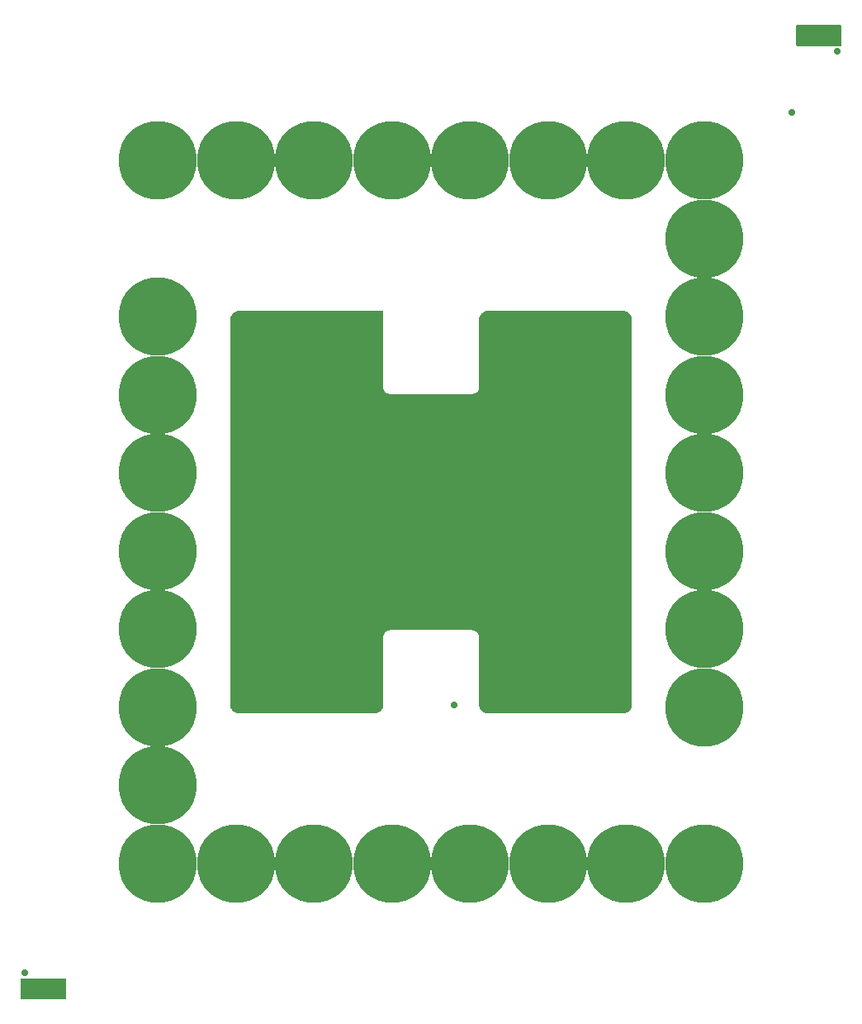
<source format=gbs>
G04*
G04 #@! TF.GenerationSoftware,Altium Limited,Altium Designer,23.8.1 (32)*
G04*
G04 Layer_Color=16711935*
%FSLAX25Y25*%
%MOIN*%
G70*
G04*
G04 #@! TF.SameCoordinates,E08CAFE3-3647-4911-8EA2-20DD2F02231A*
G04*
G04*
G04 #@! TF.FilePolarity,Negative*
G04*
G01*
G75*
%ADD47C,0.31496*%
%ADD48C,0.02756*%
%ADD68C,0.02769*%
G36*
X165012Y196651D02*
X165063Y196641D01*
X165112Y196624D01*
X165158Y196601D01*
X165201Y196573D01*
X165240Y196539D01*
X165633Y196145D01*
X165667Y196106D01*
X165696Y196063D01*
X165719Y196017D01*
X165735Y195968D01*
X165745Y195918D01*
X165749Y195866D01*
Y188386D01*
X165745Y188334D01*
X165735Y188284D01*
X165719Y188235D01*
X165696Y188189D01*
X165667Y188146D01*
X165633Y188107D01*
X165594Y188073D01*
X165552Y188044D01*
X165505Y188021D01*
X165456Y188005D01*
X165406Y187995D01*
X165354Y187991D01*
X164173D01*
X164122Y187995D01*
X164071Y188005D01*
X164022Y188021D01*
X163976Y188044D01*
X163930Y188021D01*
X163882Y188005D01*
X163831Y187995D01*
X163779Y187991D01*
X163386D01*
X163334Y187995D01*
X163284Y188005D01*
X163235Y188021D01*
X163189Y188044D01*
X163143Y188021D01*
X163094Y188005D01*
X163044Y187995D01*
X162992Y187991D01*
X161811D01*
X161759Y187995D01*
X161709Y188005D01*
X161660Y188021D01*
X161614Y188044D01*
X161568Y188021D01*
X161520Y188005D01*
X161469Y187995D01*
X161417Y187991D01*
X161024D01*
X160972Y187995D01*
X160922Y188005D01*
X160873Y188021D01*
X160827Y188044D01*
X160781Y188021D01*
X160732Y188005D01*
X160681Y187995D01*
X160630Y187991D01*
X159449D01*
X159397Y187995D01*
X159347Y188005D01*
X159298Y188021D01*
X159252Y188044D01*
X159206Y188021D01*
X159157Y188005D01*
X159107Y187995D01*
X159055Y187991D01*
X158661D01*
X158610Y187995D01*
X158559Y188005D01*
X158510Y188021D01*
X158465Y188044D01*
X158419Y188021D01*
X158370Y188005D01*
X158319Y187995D01*
X158268Y187991D01*
X157087D01*
X157035Y187995D01*
X156984Y188005D01*
X156936Y188021D01*
X156890Y188044D01*
X156844Y188021D01*
X156795Y188005D01*
X156744Y187995D01*
X156693Y187991D01*
X156299D01*
X156248Y187995D01*
X156197Y188005D01*
X156148Y188021D01*
X156102Y188044D01*
X156056Y188021D01*
X156008Y188005D01*
X155957Y187995D01*
X155905Y187991D01*
X154724D01*
X154673Y187995D01*
X154622Y188005D01*
X154573Y188021D01*
X154528Y188044D01*
X154482Y188021D01*
X154433Y188005D01*
X154382Y187995D01*
X154331Y187991D01*
X153937D01*
X153885Y187995D01*
X153835Y188005D01*
X153786Y188021D01*
X153740Y188044D01*
X153694Y188021D01*
X153645Y188005D01*
X153595Y187995D01*
X153543Y187991D01*
X152362D01*
X152311Y187995D01*
X152260Y188005D01*
X152211Y188021D01*
X152165Y188044D01*
X152120Y188021D01*
X152071Y188005D01*
X152020Y187995D01*
X151969Y187991D01*
X151575D01*
X151523Y187995D01*
X151473Y188005D01*
X151424Y188021D01*
X151378Y188044D01*
X151332Y188021D01*
X151283Y188005D01*
X151233Y187995D01*
X151181Y187991D01*
X150000D01*
X149949Y187995D01*
X149898Y188005D01*
X149849Y188021D01*
X149803Y188044D01*
X149757Y188021D01*
X149708Y188005D01*
X149658Y187995D01*
X149606Y187991D01*
X149213D01*
X149161Y187995D01*
X149110Y188005D01*
X149062Y188021D01*
X149016Y188044D01*
X148970Y188021D01*
X148921Y188005D01*
X148870Y187995D01*
X148819Y187991D01*
X147638D01*
X147586Y187995D01*
X147536Y188005D01*
X147487Y188021D01*
X147441Y188044D01*
X147398Y188073D01*
X147359Y188107D01*
X147325Y188146D01*
X147296Y188189D01*
X147273Y188235D01*
X147257Y188284D01*
X147247Y188334D01*
X147243Y188386D01*
Y195866D01*
X147247Y195918D01*
X147257Y195968D01*
X147273Y196017D01*
X147296Y196063D01*
X147325Y196106D01*
X147359Y196145D01*
X147752Y196539D01*
X147752Y196539D01*
X147791Y196573D01*
X147834Y196601D01*
X147880Y196624D01*
X147929Y196641D01*
X147980Y196651D01*
X148031Y196654D01*
X148425D01*
X148477Y196651D01*
X148527Y196641D01*
X148576Y196624D01*
X148623Y196601D01*
X148665Y196573D01*
X148704Y196539D01*
X148844Y196399D01*
X148848Y196411D01*
X148871Y196457D01*
X148900Y196500D01*
X148934Y196539D01*
X148972Y196573D01*
X149015Y196601D01*
X149062Y196624D01*
X149110Y196641D01*
X149161Y196651D01*
X149213Y196654D01*
X149606D01*
X149658Y196651D01*
X149708Y196641D01*
X149757Y196624D01*
X149804Y196601D01*
X149846Y196573D01*
X149885Y196539D01*
X149919Y196500D01*
X149948Y196457D01*
X149971Y196411D01*
X149975Y196399D01*
X150115Y196539D01*
X150154Y196573D01*
X150196Y196601D01*
X150243Y196624D01*
X150292Y196641D01*
X150342Y196651D01*
X150394Y196654D01*
X150787D01*
X150839Y196651D01*
X150890Y196641D01*
X150938Y196624D01*
X150985Y196601D01*
X151028Y196573D01*
X151066Y196539D01*
X151206Y196399D01*
X151210Y196411D01*
X151233Y196457D01*
X151262Y196500D01*
X151296Y196539D01*
X151335Y196573D01*
X151377Y196601D01*
X151424Y196624D01*
X151473Y196641D01*
X151523Y196651D01*
X151575Y196654D01*
X151969D01*
X152020Y196651D01*
X152071Y196641D01*
X152120Y196624D01*
X152166Y196601D01*
X152209Y196573D01*
X152248Y196539D01*
X152281Y196500D01*
X152310Y196457D01*
X152333Y196411D01*
X152337Y196399D01*
X152477Y196539D01*
X152516Y196573D01*
X152559Y196601D01*
X152605Y196624D01*
X152654Y196641D01*
X152704Y196651D01*
X152756Y196654D01*
X153150D01*
X153201Y196651D01*
X153252Y196641D01*
X153301Y196624D01*
X153347Y196601D01*
X153390Y196573D01*
X153429Y196539D01*
X153568Y196399D01*
X153572Y196411D01*
X153595Y196457D01*
X153624Y196500D01*
X153658Y196539D01*
X153697Y196573D01*
X153740Y196601D01*
X153786Y196624D01*
X153835Y196641D01*
X153885Y196651D01*
X153937Y196654D01*
X154331D01*
X154382Y196651D01*
X154433Y196641D01*
X154482Y196624D01*
X154528Y196601D01*
X154571Y196573D01*
X154610Y196539D01*
X154644Y196500D01*
X154672Y196457D01*
X154695Y196411D01*
X154699Y196399D01*
X154839Y196539D01*
X154878Y196573D01*
X154921Y196601D01*
X154967Y196624D01*
X155016Y196641D01*
X155067Y196651D01*
X155118Y196654D01*
X155512D01*
X155563Y196651D01*
X155614Y196641D01*
X155663Y196624D01*
X155709Y196601D01*
X155752Y196573D01*
X155791Y196539D01*
X155931Y196399D01*
X155935Y196411D01*
X155957Y196457D01*
X155986Y196500D01*
X156020Y196539D01*
X156059Y196573D01*
X156102Y196601D01*
X156148Y196624D01*
X156197Y196641D01*
X156248Y196651D01*
X156299Y196654D01*
X156693D01*
X156744Y196651D01*
X156795Y196641D01*
X156844Y196624D01*
X156890Y196601D01*
X156933Y196573D01*
X156972Y196539D01*
X157006Y196500D01*
X157035Y196457D01*
X157057Y196411D01*
X157062Y196399D01*
X157201Y196539D01*
X157240Y196573D01*
X157283Y196601D01*
X157329Y196624D01*
X157378Y196641D01*
X157429Y196651D01*
X157480Y196654D01*
X157874D01*
X157925Y196651D01*
X157976Y196641D01*
X158025Y196624D01*
X158071Y196601D01*
X158114Y196573D01*
X158153Y196539D01*
X158293Y196399D01*
X158297Y196411D01*
X158320Y196457D01*
X158348Y196500D01*
X158382Y196539D01*
X158421Y196573D01*
X158464Y196601D01*
X158510Y196624D01*
X158559Y196641D01*
X158610Y196651D01*
X158661Y196654D01*
X159055D01*
X159107Y196651D01*
X159157Y196641D01*
X159206Y196624D01*
X159252Y196601D01*
X159295Y196573D01*
X159334Y196539D01*
X159368Y196500D01*
X159397Y196457D01*
X159420Y196411D01*
X159424Y196399D01*
X159564Y196539D01*
X159602Y196573D01*
X159645Y196601D01*
X159692Y196624D01*
X159740Y196641D01*
X159791Y196651D01*
X159843Y196654D01*
X160236D01*
X160288Y196651D01*
X160338Y196641D01*
X160387Y196624D01*
X160433Y196601D01*
X160476Y196573D01*
X160515Y196539D01*
X160655Y196399D01*
X160659Y196411D01*
X160682Y196457D01*
X160711Y196500D01*
X160745Y196539D01*
X160783Y196573D01*
X160826Y196601D01*
X160873Y196624D01*
X160922Y196641D01*
X160972Y196651D01*
X161024Y196654D01*
X161417D01*
X161469Y196651D01*
X161520Y196641D01*
X161568Y196624D01*
X161615Y196601D01*
X161658Y196573D01*
X161696Y196539D01*
X161730Y196500D01*
X161759Y196457D01*
X161782Y196411D01*
X161786Y196399D01*
X161926Y196539D01*
X161965Y196573D01*
X162007Y196601D01*
X162054Y196624D01*
X162103Y196641D01*
X162153Y196651D01*
X162205Y196654D01*
X162598D01*
X162650Y196651D01*
X162700Y196641D01*
X162749Y196624D01*
X162796Y196601D01*
X162839Y196573D01*
X162877Y196539D01*
X163017Y196399D01*
X163021Y196411D01*
X163044Y196457D01*
X163073Y196500D01*
X163107Y196539D01*
X163146Y196573D01*
X163189Y196601D01*
X163235Y196624D01*
X163284Y196641D01*
X163334Y196651D01*
X163386Y196654D01*
X163779D01*
X163831Y196651D01*
X163882Y196641D01*
X163930Y196624D01*
X163977Y196601D01*
X164020Y196573D01*
X164058Y196539D01*
X164093Y196500D01*
X164121Y196457D01*
X164144Y196411D01*
X164148Y196399D01*
X164288Y196539D01*
X164327Y196573D01*
X164370Y196601D01*
X164416Y196624D01*
X164465Y196641D01*
X164515Y196651D01*
X164567Y196654D01*
X164961D01*
X165012Y196651D01*
D02*
G37*
G36*
X77863Y81100D02*
X78266Y81047D01*
X78286Y81043D01*
X78317Y81037D01*
X78709Y80932D01*
X78733Y80923D01*
X78758Y80915D01*
X79134Y80759D01*
X79180Y80737D01*
X79532Y80533D01*
X79561Y80514D01*
X79575Y80505D01*
X79897Y80257D01*
X79936Y80223D01*
X80223Y79936D01*
X80257Y79897D01*
X80505Y79575D01*
X80533Y79532D01*
X80737Y79180D01*
X80759Y79134D01*
X80915Y78758D01*
X80921Y78742D01*
X80932Y78709D01*
X81037Y78317D01*
X81043Y78283D01*
X81047Y78266D01*
X81100Y77863D01*
X81103Y77812D01*
Y77609D01*
Y-77609D01*
Y-77812D01*
D01*
Y-77812D01*
X81100Y-77863D01*
X81047Y-78266D01*
X81043Y-78286D01*
X81037Y-78317D01*
X80932Y-78709D01*
X80923Y-78733D01*
X80915Y-78758D01*
X80759Y-79134D01*
X80737Y-79180D01*
X80533Y-79532D01*
X80514Y-79561D01*
X80505Y-79575D01*
X80257Y-79897D01*
X80223Y-79936D01*
X79936Y-80223D01*
X79897Y-80257D01*
X79575Y-80505D01*
X79532Y-80533D01*
X79180Y-80737D01*
X79134Y-80759D01*
X78758Y-80915D01*
X78742Y-80921D01*
X78709Y-80932D01*
X78317Y-81037D01*
X78283Y-81043D01*
X78266Y-81047D01*
X77863Y-81100D01*
X77812Y-81103D01*
X22582D01*
D01*
X22582D01*
X22530Y-81100D01*
X22127Y-81047D01*
X22107Y-81043D01*
X22077Y-81037D01*
X21684Y-80932D01*
X21660Y-80923D01*
X21635Y-80915D01*
X21260Y-80759D01*
X21214Y-80737D01*
X20862Y-80533D01*
X20833Y-80514D01*
X20819Y-80505D01*
X20496Y-80257D01*
X20458Y-80223D01*
X20170Y-79936D01*
X20136Y-79897D01*
X19889Y-79575D01*
X19860Y-79532D01*
X19657Y-79180D01*
X19634Y-79134D01*
X19479Y-78758D01*
X19473Y-78742D01*
X19462Y-78709D01*
X19357Y-78317D01*
X19349Y-78275D01*
X19347Y-78266D01*
X19294Y-77863D01*
X19291Y-77815D01*
X19290Y-77812D01*
Y-77609D01*
Y-50351D01*
X19285Y-50174D01*
X19238Y-49817D01*
X19146Y-49475D01*
X19011Y-49148D01*
X18834Y-48842D01*
X18619Y-48561D01*
X18368Y-48311D01*
X18088Y-48095D01*
X17781Y-47918D01*
X17454Y-47783D01*
X17113Y-47691D01*
X16756Y-47644D01*
X16579Y-47639D01*
X-16579D01*
X-16756Y-47644D01*
X-17113Y-47691D01*
X-17454Y-47783D01*
X-17781Y-47918D01*
X-18088Y-48095D01*
X-18368Y-48311D01*
X-18619Y-48561D01*
X-18834Y-48841D01*
X-19011Y-49148D01*
X-19146Y-49475D01*
X-19238Y-49817D01*
X-19285Y-50174D01*
X-19290Y-50351D01*
Y-77609D01*
Y-77812D01*
X-19294Y-77863D01*
X-19347Y-78266D01*
X-19349Y-78276D01*
X-19357Y-78317D01*
X-19462Y-78709D01*
X-19470Y-78733D01*
X-19479Y-78758D01*
X-19634Y-79134D01*
X-19657Y-79180D01*
X-19860Y-79532D01*
X-19879Y-79561D01*
X-19889Y-79575D01*
X-20136Y-79897D01*
X-20170Y-79936D01*
X-20458Y-80223D01*
X-20496Y-80257D01*
X-20819Y-80505D01*
X-20862Y-80533D01*
X-21214Y-80737D01*
X-21260Y-80759D01*
X-21635Y-80915D01*
X-21652Y-80921D01*
X-21684Y-80932D01*
X-22077Y-81037D01*
X-22111Y-81043D01*
X-22127Y-81047D01*
X-22530Y-81100D01*
X-22582Y-81103D01*
X-77812D01*
D01*
X-77812D01*
X-77863Y-81100D01*
X-78266Y-81047D01*
X-78286Y-81043D01*
X-78317Y-81037D01*
X-78709Y-80932D01*
X-78733Y-80923D01*
X-78758Y-80915D01*
X-79134Y-80759D01*
X-79180Y-80737D01*
X-79532Y-80533D01*
X-79561Y-80514D01*
X-79575Y-80505D01*
X-79897Y-80257D01*
X-79936Y-80223D01*
X-80223Y-79936D01*
X-80257Y-79897D01*
X-80505Y-79575D01*
X-80533Y-79532D01*
X-80737Y-79180D01*
X-80759Y-79134D01*
X-80915Y-78758D01*
X-80921Y-78742D01*
X-80932Y-78709D01*
X-81037Y-78317D01*
X-81043Y-78283D01*
X-81047Y-78266D01*
X-81100Y-77863D01*
X-81103Y-77812D01*
Y-77609D01*
Y77609D01*
Y77812D01*
D01*
Y77812D01*
X-81100Y77863D01*
X-81047Y78266D01*
X-81043Y78286D01*
X-81037Y78317D01*
X-80932Y78709D01*
X-80923Y78733D01*
X-80915Y78758D01*
X-80759Y79134D01*
X-80737Y79180D01*
X-80533Y79532D01*
X-80514Y79561D01*
X-80505Y79575D01*
X-80257Y79897D01*
X-80223Y79936D01*
X-79936Y80223D01*
X-79897Y80257D01*
X-79575Y80505D01*
X-79532Y80533D01*
X-79180Y80737D01*
X-79134Y80759D01*
X-78758Y80915D01*
X-78742Y80921D01*
X-78709Y80932D01*
X-78317Y81037D01*
X-78283Y81043D01*
X-78266Y81047D01*
X-77863Y81100D01*
X-77812Y81103D01*
X-19685D01*
X-19634Y81100D01*
X-19583Y81090D01*
X-19534Y81073D01*
X-19488Y81050D01*
X-19445Y81022D01*
X-19406Y80988D01*
X-19372Y80949D01*
X-19343Y80906D01*
X-19320Y80860D01*
X-19304Y80811D01*
X-19294Y80760D01*
X-19290Y80709D01*
Y50351D01*
X-19285Y50174D01*
X-19238Y49817D01*
X-19146Y49475D01*
X-19011Y49148D01*
X-18834Y48842D01*
X-18619Y48561D01*
X-18368Y48311D01*
X-18088Y48095D01*
X-17781Y47918D01*
X-17454Y47783D01*
X-17113Y47691D01*
X-16756Y47644D01*
X-16579Y47639D01*
X16579D01*
X16756Y47644D01*
X17113Y47691D01*
X17454Y47783D01*
X17781Y47918D01*
X18088Y48095D01*
X18368Y48311D01*
X18619Y48561D01*
X18834Y48841D01*
X19011Y49148D01*
X19146Y49475D01*
X19238Y49817D01*
X19285Y50174D01*
X19290Y50351D01*
Y77609D01*
Y77812D01*
X19294Y77863D01*
X19347Y78266D01*
X19349Y78276D01*
X19357Y78317D01*
X19462Y78709D01*
X19470Y78733D01*
X19479Y78758D01*
X19634Y79134D01*
X19657Y79180D01*
X19860Y79532D01*
X19879Y79561D01*
X19889Y79575D01*
X20136Y79897D01*
X20170Y79936D01*
X20458Y80223D01*
X20496Y80257D01*
X20819Y80505D01*
X20862Y80533D01*
X21214Y80737D01*
X21260Y80759D01*
X21635Y80915D01*
X21652Y80921D01*
X21684Y80932D01*
X22077Y81037D01*
X22111Y81043D01*
X22127Y81047D01*
X22530Y81100D01*
X22582Y81103D01*
X77812D01*
D01*
X77812D01*
X77863Y81100D01*
D02*
G37*
G36*
X-147586Y-187995D02*
X-147536Y-188005D01*
X-147487Y-188021D01*
X-147441Y-188044D01*
X-147398Y-188073D01*
X-147359Y-188107D01*
X-147325Y-188146D01*
X-147296Y-188189D01*
X-147273Y-188235D01*
X-147257Y-188284D01*
X-147247Y-188334D01*
X-147243Y-188386D01*
Y-195866D01*
X-147247Y-195918D01*
X-147257Y-195968D01*
X-147273Y-196017D01*
X-147296Y-196063D01*
X-147325Y-196106D01*
X-147359Y-196145D01*
X-147752Y-196539D01*
X-147752Y-196539D01*
X-147791Y-196573D01*
X-147834Y-196601D01*
X-147880Y-196624D01*
X-147929Y-196641D01*
X-147980Y-196651D01*
X-148031Y-196654D01*
X-148425D01*
X-148477Y-196651D01*
X-148527Y-196641D01*
X-148576Y-196624D01*
X-148623Y-196601D01*
X-148665Y-196573D01*
X-148704Y-196539D01*
X-148844Y-196399D01*
X-148848Y-196411D01*
X-148871Y-196457D01*
X-148900Y-196500D01*
X-148934Y-196539D01*
X-148972Y-196573D01*
X-149015Y-196601D01*
X-149062Y-196624D01*
X-149110Y-196641D01*
X-149161Y-196651D01*
X-149213Y-196654D01*
X-149606D01*
X-149658Y-196651D01*
X-149708Y-196641D01*
X-149757Y-196624D01*
X-149804Y-196601D01*
X-149846Y-196573D01*
X-149885Y-196539D01*
X-149919Y-196500D01*
X-149948Y-196457D01*
X-149971Y-196411D01*
X-149975Y-196399D01*
X-150115Y-196539D01*
X-150154Y-196573D01*
X-150196Y-196601D01*
X-150243Y-196624D01*
X-150292Y-196641D01*
X-150342Y-196651D01*
X-150394Y-196654D01*
X-150787D01*
X-150839Y-196651D01*
X-150890Y-196641D01*
X-150938Y-196624D01*
X-150985Y-196601D01*
X-151028Y-196573D01*
X-151066Y-196539D01*
X-151206Y-196399D01*
X-151210Y-196411D01*
X-151233Y-196457D01*
X-151262Y-196500D01*
X-151296Y-196539D01*
X-151335Y-196573D01*
X-151377Y-196601D01*
X-151424Y-196624D01*
X-151473Y-196641D01*
X-151523Y-196651D01*
X-151575Y-196654D01*
X-151969D01*
X-152020Y-196651D01*
X-152071Y-196641D01*
X-152120Y-196624D01*
X-152166Y-196601D01*
X-152209Y-196573D01*
X-152248Y-196539D01*
X-152281Y-196500D01*
X-152310Y-196457D01*
X-152333Y-196411D01*
X-152337Y-196399D01*
X-152477Y-196539D01*
X-152516Y-196573D01*
X-152559Y-196601D01*
X-152605Y-196624D01*
X-152654Y-196641D01*
X-152704Y-196651D01*
X-152756Y-196654D01*
X-153150D01*
X-153201Y-196651D01*
X-153252Y-196641D01*
X-153301Y-196624D01*
X-153347Y-196601D01*
X-153390Y-196573D01*
X-153429Y-196539D01*
X-153568Y-196399D01*
X-153572Y-196411D01*
X-153595Y-196457D01*
X-153624Y-196500D01*
X-153658Y-196539D01*
X-153697Y-196573D01*
X-153740Y-196601D01*
X-153786Y-196624D01*
X-153835Y-196641D01*
X-153885Y-196651D01*
X-153937Y-196654D01*
X-154331D01*
X-154382Y-196651D01*
X-154433Y-196641D01*
X-154482Y-196624D01*
X-154528Y-196601D01*
X-154571Y-196573D01*
X-154610Y-196539D01*
X-154644Y-196500D01*
X-154672Y-196457D01*
X-154695Y-196411D01*
X-154699Y-196399D01*
X-154839Y-196539D01*
X-154878Y-196573D01*
X-154921Y-196601D01*
X-154967Y-196624D01*
X-155016Y-196641D01*
X-155067Y-196651D01*
X-155118Y-196654D01*
X-155512D01*
X-155563Y-196651D01*
X-155614Y-196641D01*
X-155663Y-196624D01*
X-155709Y-196601D01*
X-155752Y-196573D01*
X-155791Y-196539D01*
X-155931Y-196399D01*
X-155935Y-196411D01*
X-155957Y-196457D01*
X-155986Y-196500D01*
X-156020Y-196539D01*
X-156059Y-196573D01*
X-156102Y-196601D01*
X-156148Y-196624D01*
X-156197Y-196641D01*
X-156248Y-196651D01*
X-156299Y-196654D01*
X-156693D01*
X-156744Y-196651D01*
X-156795Y-196641D01*
X-156844Y-196624D01*
X-156890Y-196601D01*
X-156933Y-196573D01*
X-156972Y-196539D01*
X-157006Y-196500D01*
X-157035Y-196457D01*
X-157057Y-196411D01*
X-157062Y-196399D01*
X-157201Y-196539D01*
X-157240Y-196573D01*
X-157283Y-196601D01*
X-157329Y-196624D01*
X-157378Y-196641D01*
X-157429Y-196651D01*
X-157480Y-196654D01*
X-157874D01*
X-157925Y-196651D01*
X-157976Y-196641D01*
X-158025Y-196624D01*
X-158071Y-196601D01*
X-158114Y-196573D01*
X-158153Y-196539D01*
X-158293Y-196399D01*
X-158297Y-196411D01*
X-158320Y-196457D01*
X-158348Y-196500D01*
X-158382Y-196539D01*
X-158421Y-196573D01*
X-158464Y-196601D01*
X-158510Y-196624D01*
X-158559Y-196641D01*
X-158610Y-196651D01*
X-158661Y-196654D01*
X-159055D01*
X-159107Y-196651D01*
X-159157Y-196641D01*
X-159206Y-196624D01*
X-159252Y-196601D01*
X-159295Y-196573D01*
X-159334Y-196539D01*
X-159368Y-196500D01*
X-159397Y-196457D01*
X-159420Y-196411D01*
X-159424Y-196399D01*
X-159564Y-196539D01*
X-159602Y-196573D01*
X-159645Y-196601D01*
X-159692Y-196624D01*
X-159740Y-196641D01*
X-159791Y-196651D01*
X-159843Y-196654D01*
X-160236D01*
X-160288Y-196651D01*
X-160338Y-196641D01*
X-160387Y-196624D01*
X-160433Y-196601D01*
X-160476Y-196573D01*
X-160515Y-196539D01*
X-160655Y-196399D01*
X-160659Y-196411D01*
X-160682Y-196457D01*
X-160711Y-196500D01*
X-160745Y-196539D01*
X-160783Y-196573D01*
X-160826Y-196601D01*
X-160873Y-196624D01*
X-160922Y-196641D01*
X-160972Y-196651D01*
X-161024Y-196654D01*
X-161417D01*
X-161469Y-196651D01*
X-161520Y-196641D01*
X-161568Y-196624D01*
X-161615Y-196601D01*
X-161658Y-196573D01*
X-161696Y-196539D01*
X-161730Y-196500D01*
X-161759Y-196457D01*
X-161782Y-196411D01*
X-161786Y-196399D01*
X-161926Y-196539D01*
X-161965Y-196573D01*
X-162007Y-196601D01*
X-162054Y-196624D01*
X-162103Y-196641D01*
X-162153Y-196651D01*
X-162205Y-196654D01*
X-162598D01*
X-162650Y-196651D01*
X-162700Y-196641D01*
X-162749Y-196624D01*
X-162796Y-196601D01*
X-162839Y-196573D01*
X-162877Y-196539D01*
X-163017Y-196399D01*
X-163021Y-196411D01*
X-163044Y-196457D01*
X-163073Y-196500D01*
X-163107Y-196539D01*
X-163146Y-196573D01*
X-163189Y-196601D01*
X-163235Y-196624D01*
X-163284Y-196641D01*
X-163334Y-196651D01*
X-163386Y-196654D01*
X-163779D01*
X-163831Y-196651D01*
X-163882Y-196641D01*
X-163930Y-196624D01*
X-163977Y-196601D01*
X-164020Y-196573D01*
X-164058Y-196539D01*
X-164093Y-196500D01*
X-164121Y-196457D01*
X-164144Y-196411D01*
X-164148Y-196399D01*
X-164288Y-196539D01*
X-164327Y-196573D01*
X-164370Y-196601D01*
X-164416Y-196624D01*
X-164465Y-196641D01*
X-164515Y-196651D01*
X-164567Y-196654D01*
X-164961D01*
X-165012Y-196651D01*
X-165063Y-196641D01*
X-165112Y-196624D01*
X-165158Y-196601D01*
X-165201Y-196573D01*
X-165240Y-196539D01*
X-165633Y-196145D01*
X-165667Y-196106D01*
X-165696Y-196063D01*
X-165719Y-196017D01*
X-165735Y-195968D01*
X-165745Y-195918D01*
X-165749Y-195866D01*
Y-188386D01*
X-165745Y-188334D01*
X-165735Y-188284D01*
X-165719Y-188235D01*
X-165696Y-188189D01*
X-165667Y-188146D01*
X-165633Y-188107D01*
X-165594Y-188073D01*
X-165552Y-188044D01*
X-165505Y-188021D01*
X-165456Y-188005D01*
X-165406Y-187995D01*
X-165354Y-187991D01*
X-164173D01*
X-164122Y-187995D01*
X-164071Y-188005D01*
X-164022Y-188021D01*
X-163976Y-188044D01*
X-163930Y-188021D01*
X-163882Y-188005D01*
X-163831Y-187995D01*
X-163779Y-187991D01*
X-163386D01*
X-163334Y-187995D01*
X-163284Y-188005D01*
X-163235Y-188021D01*
X-163189Y-188044D01*
X-163143Y-188021D01*
X-163094Y-188005D01*
X-163044Y-187995D01*
X-162992Y-187991D01*
X-161811D01*
X-161759Y-187995D01*
X-161709Y-188005D01*
X-161660Y-188021D01*
X-161614Y-188044D01*
X-161568Y-188021D01*
X-161520Y-188005D01*
X-161469Y-187995D01*
X-161417Y-187991D01*
X-161024D01*
X-160972Y-187995D01*
X-160922Y-188005D01*
X-160873Y-188021D01*
X-160827Y-188044D01*
X-160781Y-188021D01*
X-160732Y-188005D01*
X-160681Y-187995D01*
X-160630Y-187991D01*
X-159449D01*
X-159397Y-187995D01*
X-159347Y-188005D01*
X-159298Y-188021D01*
X-159252Y-188044D01*
X-159206Y-188021D01*
X-159157Y-188005D01*
X-159107Y-187995D01*
X-159055Y-187991D01*
X-158661D01*
X-158610Y-187995D01*
X-158559Y-188005D01*
X-158510Y-188021D01*
X-158465Y-188044D01*
X-158419Y-188021D01*
X-158370Y-188005D01*
X-158319Y-187995D01*
X-158268Y-187991D01*
X-157087D01*
X-157035Y-187995D01*
X-156984Y-188005D01*
X-156936Y-188021D01*
X-156890Y-188044D01*
X-156844Y-188021D01*
X-156795Y-188005D01*
X-156744Y-187995D01*
X-156693Y-187991D01*
X-156299D01*
X-156248Y-187995D01*
X-156197Y-188005D01*
X-156148Y-188021D01*
X-156102Y-188044D01*
X-156056Y-188021D01*
X-156008Y-188005D01*
X-155957Y-187995D01*
X-155905Y-187991D01*
X-154724D01*
X-154673Y-187995D01*
X-154622Y-188005D01*
X-154573Y-188021D01*
X-154528Y-188044D01*
X-154482Y-188021D01*
X-154433Y-188005D01*
X-154382Y-187995D01*
X-154331Y-187991D01*
X-153937D01*
X-153885Y-187995D01*
X-153835Y-188005D01*
X-153786Y-188021D01*
X-153740Y-188044D01*
X-153694Y-188021D01*
X-153645Y-188005D01*
X-153595Y-187995D01*
X-153543Y-187991D01*
X-152362D01*
X-152311Y-187995D01*
X-152260Y-188005D01*
X-152211Y-188021D01*
X-152165Y-188044D01*
X-152120Y-188021D01*
X-152071Y-188005D01*
X-152020Y-187995D01*
X-151969Y-187991D01*
X-151575D01*
X-151523Y-187995D01*
X-151473Y-188005D01*
X-151424Y-188021D01*
X-151378Y-188044D01*
X-151332Y-188021D01*
X-151283Y-188005D01*
X-151233Y-187995D01*
X-151181Y-187991D01*
X-150000D01*
X-149949Y-187995D01*
X-149898Y-188005D01*
X-149849Y-188021D01*
X-149803Y-188044D01*
X-149757Y-188021D01*
X-149708Y-188005D01*
X-149658Y-187995D01*
X-149606Y-187991D01*
X-149213D01*
X-149161Y-187995D01*
X-149110Y-188005D01*
X-149062Y-188021D01*
X-149016Y-188044D01*
X-148970Y-188021D01*
X-148921Y-188005D01*
X-148870Y-187995D01*
X-148819Y-187991D01*
X-147638D01*
X-147586Y-187995D01*
D02*
G37*
D47*
X-110236Y47244D02*
D03*
Y15748D02*
D03*
Y-15748D02*
D03*
Y-47244D02*
D03*
Y-78740D02*
D03*
Y-110236D02*
D03*
Y-141732D02*
D03*
X110236Y47244D02*
D03*
Y78740D02*
D03*
Y-47244D02*
D03*
Y-15748D02*
D03*
Y15748D02*
D03*
Y110236D02*
D03*
X-110236Y141732D02*
D03*
X47244D02*
D03*
X78740D02*
D03*
X-47244D02*
D03*
X-78740D02*
D03*
X-15748D02*
D03*
X15748D02*
D03*
X110236D02*
D03*
X47244Y-141732D02*
D03*
X78740D02*
D03*
X-47244D02*
D03*
X-78740D02*
D03*
X-15748D02*
D03*
X15748D02*
D03*
X110236D02*
D03*
Y-78740D02*
D03*
X-110236Y78740D02*
D03*
D48*
X9449Y-77953D02*
D03*
X-164174Y-185855D02*
D03*
X164077Y185710D02*
D03*
X145768Y161024D02*
D03*
D68*
X-72441Y-72441D02*
D03*
Y-69291D02*
D03*
X-70079Y-70866D02*
D03*
X-72441Y-66142D02*
D03*
X-70079Y-67716D02*
D03*
Y-64567D02*
D03*
X-72441Y-62992D02*
D03*
Y-59842D02*
D03*
X-70079Y-61417D02*
D03*
X-72441Y-56693D02*
D03*
X-70079Y-58268D02*
D03*
Y-55118D02*
D03*
X-72441Y-53543D02*
D03*
Y-50394D02*
D03*
X-70079Y-51968D02*
D03*
X-72441Y-47244D02*
D03*
X-70079Y-48819D02*
D03*
Y-45669D02*
D03*
X-72441Y-44094D02*
D03*
Y-40945D02*
D03*
X-70079Y-42520D02*
D03*
X-72441Y-37795D02*
D03*
X-70079Y-39370D02*
D03*
Y-36220D02*
D03*
X-72441Y-34646D02*
D03*
Y-31496D02*
D03*
X-70079Y-33071D02*
D03*
X-72441Y-28346D02*
D03*
X-70079Y-29921D02*
D03*
Y-26772D02*
D03*
X-72441Y-25197D02*
D03*
Y-22047D02*
D03*
X-70079Y-23622D02*
D03*
X-72441Y-18898D02*
D03*
X-70079Y-20472D02*
D03*
Y-17323D02*
D03*
X-72441Y-15748D02*
D03*
Y-12598D02*
D03*
X-70079Y-14173D02*
D03*
X-72441Y-9449D02*
D03*
X-70079Y-11024D02*
D03*
Y-7874D02*
D03*
X-72441Y-6299D02*
D03*
Y-3150D02*
D03*
X-70079Y-4724D02*
D03*
X-72441Y-0D02*
D03*
X-70079Y-1575D02*
D03*
Y1575D02*
D03*
X-72441Y3150D02*
D03*
Y6299D02*
D03*
X-70079Y4724D02*
D03*
X-72441Y9449D02*
D03*
X-70079Y7874D02*
D03*
Y11024D02*
D03*
X-72441Y12598D02*
D03*
Y15748D02*
D03*
X-70079Y14173D02*
D03*
X-72441Y18898D02*
D03*
X-70079Y17323D02*
D03*
Y20472D02*
D03*
X-72441Y22047D02*
D03*
Y25197D02*
D03*
X-70079Y23622D02*
D03*
X-72441Y28346D02*
D03*
X-70079Y26772D02*
D03*
Y29921D02*
D03*
X-72441Y31496D02*
D03*
Y34646D02*
D03*
X-70079Y33071D02*
D03*
X-72441Y37795D02*
D03*
X-70079Y36220D02*
D03*
Y39370D02*
D03*
X-72441Y40945D02*
D03*
Y44094D02*
D03*
X-70079Y42520D02*
D03*
X-72441Y47244D02*
D03*
X-70079Y45669D02*
D03*
Y48819D02*
D03*
X-72441Y50394D02*
D03*
Y53543D02*
D03*
X-70079Y51968D02*
D03*
X-72441Y56693D02*
D03*
X-70079Y55118D02*
D03*
Y58268D02*
D03*
X-72441Y59842D02*
D03*
Y62992D02*
D03*
X-70079Y61417D02*
D03*
X-72441Y66142D02*
D03*
X-70079Y64567D02*
D03*
Y67716D02*
D03*
X-72441Y69291D02*
D03*
Y72441D02*
D03*
X-70079Y70866D02*
D03*
X-67716Y-72441D02*
D03*
Y-69291D02*
D03*
X-65354Y-70866D02*
D03*
X-67716Y-66142D02*
D03*
X-65354Y-67716D02*
D03*
Y-64567D02*
D03*
X-67716Y-62992D02*
D03*
Y-59842D02*
D03*
X-65354Y-61417D02*
D03*
X-67716Y-56693D02*
D03*
X-65354Y-58268D02*
D03*
Y-55118D02*
D03*
X-67716Y-53543D02*
D03*
Y-50394D02*
D03*
X-65354Y-51968D02*
D03*
X-67716Y-47244D02*
D03*
X-65354Y-48819D02*
D03*
Y-45669D02*
D03*
X-67716Y-44094D02*
D03*
Y-40945D02*
D03*
X-65354Y-42520D02*
D03*
X-67716Y-37795D02*
D03*
X-65354Y-39370D02*
D03*
Y-36220D02*
D03*
X-67716Y-34646D02*
D03*
Y-31496D02*
D03*
X-65354Y-33071D02*
D03*
X-67716Y-28346D02*
D03*
X-65354Y-29921D02*
D03*
Y-26772D02*
D03*
X-67716Y-25197D02*
D03*
Y-22047D02*
D03*
X-65354Y-23622D02*
D03*
X-67716Y-18898D02*
D03*
X-65354Y-20472D02*
D03*
Y-17323D02*
D03*
X-67716Y-15748D02*
D03*
Y-12598D02*
D03*
X-65354Y-14173D02*
D03*
X-67716Y-9449D02*
D03*
X-65354Y-11024D02*
D03*
Y-7874D02*
D03*
X-67716Y-6299D02*
D03*
Y-3150D02*
D03*
X-65354Y-4724D02*
D03*
X-67716Y-0D02*
D03*
X-65354Y-1575D02*
D03*
Y1575D02*
D03*
X-67716Y3150D02*
D03*
Y6299D02*
D03*
X-65354Y4724D02*
D03*
X-67716Y9449D02*
D03*
X-65354Y7874D02*
D03*
Y11024D02*
D03*
X-67716Y12598D02*
D03*
Y15748D02*
D03*
X-65354Y14173D02*
D03*
X-67716Y18898D02*
D03*
X-65354Y17323D02*
D03*
Y20472D02*
D03*
X-67716Y22047D02*
D03*
Y25197D02*
D03*
X-65354Y23622D02*
D03*
X-67716Y28346D02*
D03*
X-65354Y26772D02*
D03*
Y29921D02*
D03*
X-67716Y31496D02*
D03*
Y34646D02*
D03*
X-65354Y33071D02*
D03*
X-67716Y37795D02*
D03*
X-65354Y36220D02*
D03*
Y39370D02*
D03*
X-67716Y40945D02*
D03*
Y44094D02*
D03*
X-65354Y42520D02*
D03*
X-67716Y47244D02*
D03*
X-65354Y45669D02*
D03*
Y48819D02*
D03*
X-67716Y50394D02*
D03*
Y53543D02*
D03*
X-65354Y51968D02*
D03*
X-67716Y56693D02*
D03*
X-65354Y55118D02*
D03*
Y58268D02*
D03*
X-67716Y59842D02*
D03*
Y62992D02*
D03*
X-65354Y61417D02*
D03*
X-67716Y66142D02*
D03*
X-65354Y64567D02*
D03*
Y67716D02*
D03*
X-67716Y69291D02*
D03*
Y72441D02*
D03*
X-65354Y70866D02*
D03*
X-62992Y-72441D02*
D03*
Y-69291D02*
D03*
X-60630Y-70866D02*
D03*
X-62992Y-66142D02*
D03*
X-60630Y-67716D02*
D03*
Y-64567D02*
D03*
X-62992Y-62992D02*
D03*
Y-59842D02*
D03*
X-60630Y-61417D02*
D03*
X-62992Y-56693D02*
D03*
X-60630Y-58268D02*
D03*
Y-55118D02*
D03*
X-62992Y-53543D02*
D03*
Y-50394D02*
D03*
X-60630Y-51968D02*
D03*
X-62992Y-47244D02*
D03*
X-60630Y-48819D02*
D03*
Y-45669D02*
D03*
X-62992Y-44094D02*
D03*
Y-40945D02*
D03*
X-60630Y-42520D02*
D03*
X-62992Y-37795D02*
D03*
X-60630Y-39370D02*
D03*
Y-36220D02*
D03*
X-62992Y-34646D02*
D03*
Y-31496D02*
D03*
X-60630Y-33071D02*
D03*
X-62992Y-28346D02*
D03*
X-60630Y-29921D02*
D03*
Y-26772D02*
D03*
X-62992Y-25197D02*
D03*
Y-22047D02*
D03*
X-60630Y-23622D02*
D03*
X-62992Y-18898D02*
D03*
X-60630Y-20472D02*
D03*
Y-17323D02*
D03*
X-62992Y-15748D02*
D03*
Y-12598D02*
D03*
X-60630Y-14173D02*
D03*
X-62992Y-9449D02*
D03*
X-60630Y-11024D02*
D03*
Y-7874D02*
D03*
X-62992Y-6299D02*
D03*
Y-3150D02*
D03*
X-60630Y-4724D02*
D03*
X-62992Y-0D02*
D03*
X-60630Y-1575D02*
D03*
Y1575D02*
D03*
X-62992Y3150D02*
D03*
Y6299D02*
D03*
X-60630Y4724D02*
D03*
X-62992Y9449D02*
D03*
X-60630Y7874D02*
D03*
Y11024D02*
D03*
X-62992Y12598D02*
D03*
Y15748D02*
D03*
X-60630Y14173D02*
D03*
X-62992Y18898D02*
D03*
X-60630Y17323D02*
D03*
Y20472D02*
D03*
X-62992Y22047D02*
D03*
Y25197D02*
D03*
X-60630Y23622D02*
D03*
X-62992Y28346D02*
D03*
X-60630Y26772D02*
D03*
Y29921D02*
D03*
X-62992Y31496D02*
D03*
Y34646D02*
D03*
X-60630Y33071D02*
D03*
X-62992Y37795D02*
D03*
X-60630Y36220D02*
D03*
Y39370D02*
D03*
X-62992Y40945D02*
D03*
Y44094D02*
D03*
X-60630Y42520D02*
D03*
X-62992Y47244D02*
D03*
X-60630Y45669D02*
D03*
Y48819D02*
D03*
X-62992Y50394D02*
D03*
Y53543D02*
D03*
X-60630Y51968D02*
D03*
X-62992Y56693D02*
D03*
X-60630Y55118D02*
D03*
Y58268D02*
D03*
X-62992Y59842D02*
D03*
Y62992D02*
D03*
X-60630Y61417D02*
D03*
X-62992Y66142D02*
D03*
X-60630Y64567D02*
D03*
Y67716D02*
D03*
X-62992Y69291D02*
D03*
Y72441D02*
D03*
X-60630Y70866D02*
D03*
X72489Y72463D02*
D03*
Y69313D02*
D03*
X70127Y70888D02*
D03*
X72489Y66163D02*
D03*
X70127Y67738D02*
D03*
Y64589D02*
D03*
X72489Y63014D02*
D03*
Y59864D02*
D03*
X70127Y61439D02*
D03*
X72489Y56715D02*
D03*
X70127Y58289D02*
D03*
Y55140D02*
D03*
X72489Y53565D02*
D03*
Y50415D02*
D03*
X70127Y51990D02*
D03*
X72489Y47266D02*
D03*
X70127Y48841D02*
D03*
Y45691D02*
D03*
X72489Y44116D02*
D03*
Y40967D02*
D03*
X70127Y42542D02*
D03*
X72489Y37817D02*
D03*
X70127Y39392D02*
D03*
Y36242D02*
D03*
X72489Y34668D02*
D03*
Y31518D02*
D03*
X70127Y33093D02*
D03*
X72489Y28368D02*
D03*
X70127Y29943D02*
D03*
Y26793D02*
D03*
X72489Y25219D02*
D03*
Y22069D02*
D03*
X70127Y23644D02*
D03*
X72489Y18919D02*
D03*
X70127Y20494D02*
D03*
Y17345D02*
D03*
X72489Y15770D02*
D03*
Y12620D02*
D03*
X70127Y14195D02*
D03*
X72489Y9471D02*
D03*
X70127Y11045D02*
D03*
Y7896D02*
D03*
X72489Y6321D02*
D03*
Y3171D02*
D03*
X70127Y4746D02*
D03*
X72489Y22D02*
D03*
X70127Y1597D02*
D03*
Y-1553D02*
D03*
X72489Y-3128D02*
D03*
Y-6277D02*
D03*
X70127Y-4703D02*
D03*
X72489Y-9427D02*
D03*
X70127Y-7852D02*
D03*
Y-11002D02*
D03*
X72489Y-12577D02*
D03*
Y-15726D02*
D03*
X70127Y-14151D02*
D03*
X72489Y-18876D02*
D03*
X70127Y-17301D02*
D03*
Y-20451D02*
D03*
X72489Y-22026D02*
D03*
Y-25175D02*
D03*
X70127Y-23600D02*
D03*
X72489Y-28325D02*
D03*
X70127Y-26750D02*
D03*
Y-29899D02*
D03*
X72489Y-31474D02*
D03*
Y-34624D02*
D03*
X70127Y-33049D02*
D03*
X72489Y-37773D02*
D03*
X70127Y-36199D02*
D03*
Y-39348D02*
D03*
X72489Y-40923D02*
D03*
Y-44073D02*
D03*
X70127Y-42498D02*
D03*
X72489Y-47222D02*
D03*
X70127Y-45647D02*
D03*
Y-48797D02*
D03*
X72489Y-50372D02*
D03*
Y-53522D02*
D03*
X70127Y-51947D02*
D03*
X72489Y-56671D02*
D03*
X70127Y-55096D02*
D03*
Y-58246D02*
D03*
X72489Y-59821D02*
D03*
Y-62970D02*
D03*
X70127Y-61396D02*
D03*
X72489Y-66120D02*
D03*
X70127Y-64545D02*
D03*
Y-67695D02*
D03*
X72489Y-69270D02*
D03*
Y-72419D02*
D03*
X70127Y-70844D02*
D03*
X67765Y72463D02*
D03*
Y69313D02*
D03*
X65402Y70888D02*
D03*
X67765Y66163D02*
D03*
X65402Y67738D02*
D03*
Y64589D02*
D03*
X67765Y63014D02*
D03*
Y59864D02*
D03*
X65402Y61439D02*
D03*
X67765Y56715D02*
D03*
X65402Y58289D02*
D03*
Y55140D02*
D03*
X67765Y53565D02*
D03*
Y50415D02*
D03*
X65402Y51990D02*
D03*
X67765Y47266D02*
D03*
X65402Y48841D02*
D03*
Y45691D02*
D03*
X67765Y44116D02*
D03*
Y40967D02*
D03*
X65402Y42542D02*
D03*
X67765Y37817D02*
D03*
X65402Y39392D02*
D03*
Y36242D02*
D03*
X67765Y34668D02*
D03*
Y31518D02*
D03*
X65402Y33093D02*
D03*
X67765Y28368D02*
D03*
X65402Y29943D02*
D03*
Y26793D02*
D03*
X67765Y25219D02*
D03*
Y22069D02*
D03*
X65402Y23644D02*
D03*
X67765Y18919D02*
D03*
X65402Y20494D02*
D03*
Y17345D02*
D03*
X67765Y15770D02*
D03*
Y12620D02*
D03*
X65402Y14195D02*
D03*
X67765Y9471D02*
D03*
X65402Y11045D02*
D03*
Y7896D02*
D03*
X67765Y6321D02*
D03*
Y3171D02*
D03*
X65402Y4746D02*
D03*
X67765Y22D02*
D03*
X65402Y1597D02*
D03*
Y-1553D02*
D03*
X67765Y-3128D02*
D03*
Y-6277D02*
D03*
X65402Y-4703D02*
D03*
X67765Y-9427D02*
D03*
X65402Y-7852D02*
D03*
Y-11002D02*
D03*
X67765Y-12577D02*
D03*
Y-15726D02*
D03*
X65402Y-14151D02*
D03*
X67765Y-18876D02*
D03*
X65402Y-17301D02*
D03*
Y-20451D02*
D03*
X67765Y-22026D02*
D03*
Y-25175D02*
D03*
X65402Y-23600D02*
D03*
X67765Y-28325D02*
D03*
X65402Y-26750D02*
D03*
Y-29899D02*
D03*
X67765Y-31474D02*
D03*
Y-34624D02*
D03*
X65402Y-33049D02*
D03*
X67765Y-37773D02*
D03*
X65402Y-36199D02*
D03*
Y-39348D02*
D03*
X67765Y-40923D02*
D03*
Y-44073D02*
D03*
X65402Y-42498D02*
D03*
X67765Y-47222D02*
D03*
X65402Y-45647D02*
D03*
Y-48797D02*
D03*
X67765Y-50372D02*
D03*
Y-53522D02*
D03*
X65402Y-51947D02*
D03*
X67765Y-56671D02*
D03*
X65402Y-55096D02*
D03*
Y-58246D02*
D03*
X67765Y-59821D02*
D03*
Y-62970D02*
D03*
X65402Y-61396D02*
D03*
X67765Y-66120D02*
D03*
X65402Y-64545D02*
D03*
Y-67695D02*
D03*
X67765Y-69270D02*
D03*
Y-72419D02*
D03*
X65402Y-70844D02*
D03*
X63040Y72463D02*
D03*
Y69313D02*
D03*
X60678Y70888D02*
D03*
X63040Y66163D02*
D03*
X60678Y67738D02*
D03*
Y64589D02*
D03*
X63040Y63014D02*
D03*
Y59864D02*
D03*
X60678Y61439D02*
D03*
X63040Y56715D02*
D03*
X60678Y58289D02*
D03*
Y55140D02*
D03*
X63040Y53565D02*
D03*
Y50415D02*
D03*
X60678Y51990D02*
D03*
X63040Y47266D02*
D03*
X60678Y48841D02*
D03*
Y45691D02*
D03*
X63040Y44116D02*
D03*
Y40967D02*
D03*
X60678Y42542D02*
D03*
X63040Y37817D02*
D03*
X60678Y39392D02*
D03*
Y36242D02*
D03*
X63040Y34668D02*
D03*
Y31518D02*
D03*
X60678Y33093D02*
D03*
X63040Y28368D02*
D03*
X60678Y29943D02*
D03*
Y26793D02*
D03*
X63040Y25219D02*
D03*
Y22069D02*
D03*
X60678Y23644D02*
D03*
X63040Y18919D02*
D03*
X60678Y20494D02*
D03*
Y17345D02*
D03*
X63040Y15770D02*
D03*
Y12620D02*
D03*
X60678Y14195D02*
D03*
X63040Y9471D02*
D03*
X60678Y11045D02*
D03*
Y7896D02*
D03*
X63040Y6321D02*
D03*
Y3171D02*
D03*
X60678Y4746D02*
D03*
X63040Y22D02*
D03*
X60678Y1597D02*
D03*
Y-1553D02*
D03*
X63040Y-3128D02*
D03*
Y-6277D02*
D03*
X60678Y-4703D02*
D03*
X63040Y-9427D02*
D03*
X60678Y-7852D02*
D03*
Y-11002D02*
D03*
X63040Y-12577D02*
D03*
Y-15726D02*
D03*
X60678Y-14151D02*
D03*
X63040Y-18876D02*
D03*
X60678Y-17301D02*
D03*
Y-20451D02*
D03*
X63040Y-22026D02*
D03*
Y-25175D02*
D03*
X60678Y-23600D02*
D03*
X63040Y-28325D02*
D03*
X60678Y-26750D02*
D03*
Y-29899D02*
D03*
X63040Y-31474D02*
D03*
Y-34624D02*
D03*
X60678Y-33049D02*
D03*
X63040Y-37773D02*
D03*
X60678Y-36199D02*
D03*
Y-39348D02*
D03*
X63040Y-40923D02*
D03*
Y-44073D02*
D03*
X60678Y-42498D02*
D03*
X63040Y-47222D02*
D03*
X60678Y-45647D02*
D03*
Y-48797D02*
D03*
X63040Y-50372D02*
D03*
Y-53522D02*
D03*
X60678Y-51947D02*
D03*
X63040Y-56671D02*
D03*
X60678Y-55096D02*
D03*
Y-58246D02*
D03*
X63040Y-59821D02*
D03*
Y-62970D02*
D03*
X60678Y-61396D02*
D03*
X63040Y-66120D02*
D03*
X60678Y-64545D02*
D03*
Y-67695D02*
D03*
X63040Y-69270D02*
D03*
Y-72419D02*
D03*
X60678Y-70844D02*
D03*
X-56693Y-60630D02*
D03*
X-58268Y-62992D02*
D03*
X-55118D02*
D03*
X-53543Y-60630D02*
D03*
X-50394D02*
D03*
X-51968Y-62992D02*
D03*
X-47244Y-60630D02*
D03*
X-48819Y-62992D02*
D03*
X-45669D02*
D03*
X-44094Y-60630D02*
D03*
X-40945D02*
D03*
X-42520Y-62992D02*
D03*
X-37795Y-60630D02*
D03*
X-39370Y-62992D02*
D03*
X-36220D02*
D03*
X-34646Y-60630D02*
D03*
X-31496D02*
D03*
X-33071Y-62992D02*
D03*
X-28346Y-60630D02*
D03*
X-29921Y-62992D02*
D03*
X28346Y-60630D02*
D03*
X29921Y-62992D02*
D03*
X31496Y-60630D02*
D03*
X34646D02*
D03*
X33071Y-62992D02*
D03*
X37795Y-60630D02*
D03*
X36220Y-62992D02*
D03*
X39370D02*
D03*
X40945Y-60630D02*
D03*
X44094D02*
D03*
X42520Y-62992D02*
D03*
X47244Y-60630D02*
D03*
X45669Y-62992D02*
D03*
X48819D02*
D03*
X50394Y-60630D02*
D03*
X53543D02*
D03*
X51968Y-62992D02*
D03*
X56693Y-60630D02*
D03*
X55118Y-62992D02*
D03*
X58268D02*
D03*
X-56693Y-65354D02*
D03*
X-58268Y-67716D02*
D03*
X-55118D02*
D03*
X-53543Y-65354D02*
D03*
X-50394D02*
D03*
X-51968Y-67716D02*
D03*
X-47244Y-65354D02*
D03*
X-48819Y-67716D02*
D03*
X-45669D02*
D03*
X-44094Y-65354D02*
D03*
X-40945D02*
D03*
X-42520Y-67716D02*
D03*
X-37795Y-65354D02*
D03*
X-39370Y-67716D02*
D03*
X-36220D02*
D03*
X-34646Y-65354D02*
D03*
X-31496D02*
D03*
X-33071Y-67716D02*
D03*
X-28346Y-65354D02*
D03*
X-29921Y-67716D02*
D03*
X28346Y-65354D02*
D03*
X29921Y-67716D02*
D03*
X31496Y-65354D02*
D03*
X34646D02*
D03*
X33071Y-67716D02*
D03*
X37795Y-65354D02*
D03*
X36220Y-67716D02*
D03*
X39370D02*
D03*
X40945Y-65354D02*
D03*
X44094D02*
D03*
X42520Y-67716D02*
D03*
X47244Y-65354D02*
D03*
X45669Y-67716D02*
D03*
X48819D02*
D03*
X50394Y-65354D02*
D03*
X53543D02*
D03*
X51968Y-67716D02*
D03*
X56693Y-65354D02*
D03*
X55118Y-67716D02*
D03*
X58268D02*
D03*
X-56693Y-70079D02*
D03*
X-58268Y-72441D02*
D03*
X-55118D02*
D03*
X-53543Y-70079D02*
D03*
X-50394D02*
D03*
X-51968Y-72441D02*
D03*
X-47244Y-70079D02*
D03*
X-48819Y-72441D02*
D03*
X-45669D02*
D03*
X-44094Y-70079D02*
D03*
X-40945D02*
D03*
X-42520Y-72441D02*
D03*
X-37795Y-70079D02*
D03*
X-39370Y-72441D02*
D03*
X-36220D02*
D03*
X-34646Y-70079D02*
D03*
X-31496D02*
D03*
X-33071Y-72441D02*
D03*
X-28346Y-70079D02*
D03*
X-29921Y-72441D02*
D03*
X28346Y-70079D02*
D03*
X29921Y-72441D02*
D03*
X31496Y-70079D02*
D03*
X34646D02*
D03*
X33071Y-72441D02*
D03*
X37795Y-70079D02*
D03*
X36220Y-72441D02*
D03*
X39370D02*
D03*
X40945Y-70079D02*
D03*
X44094D02*
D03*
X42520Y-72441D02*
D03*
X47244Y-70079D02*
D03*
X45669Y-72441D02*
D03*
X48819D02*
D03*
X50394Y-70079D02*
D03*
X53543D02*
D03*
X51968Y-72441D02*
D03*
X56693Y-70079D02*
D03*
X55118Y-72441D02*
D03*
X58268D02*
D03*
X56693Y60630D02*
D03*
X58268Y62992D02*
D03*
X55118D02*
D03*
X53543Y60630D02*
D03*
X50394D02*
D03*
X51968Y62992D02*
D03*
X47244Y60630D02*
D03*
X48819Y62992D02*
D03*
X45669D02*
D03*
X44094Y60630D02*
D03*
X40945D02*
D03*
X42520Y62992D02*
D03*
X37795Y60630D02*
D03*
X39370Y62992D02*
D03*
X36220D02*
D03*
X34646Y60630D02*
D03*
X31496D02*
D03*
X33071Y62992D02*
D03*
X28346Y60630D02*
D03*
X29921Y62992D02*
D03*
X-28346Y60630D02*
D03*
X-29921Y62992D02*
D03*
X-31496Y60630D02*
D03*
X-34646D02*
D03*
X-33071Y62992D02*
D03*
X-37795Y60630D02*
D03*
X-36220Y62992D02*
D03*
X-39370D02*
D03*
X-40945Y60630D02*
D03*
X-44094D02*
D03*
X-42520Y62992D02*
D03*
X-47244Y60630D02*
D03*
X-45669Y62992D02*
D03*
X-48819D02*
D03*
X-50394Y60630D02*
D03*
X-53543D02*
D03*
X-51968Y62992D02*
D03*
X-56693Y60630D02*
D03*
X-55118Y62992D02*
D03*
X-58268D02*
D03*
X56693Y65354D02*
D03*
X58268Y67716D02*
D03*
X55118D02*
D03*
X53543Y65354D02*
D03*
X50394D02*
D03*
X51968Y67716D02*
D03*
X47244Y65354D02*
D03*
X48819Y67716D02*
D03*
X45669D02*
D03*
X44094Y65354D02*
D03*
X40945D02*
D03*
X42520Y67716D02*
D03*
X37795Y65354D02*
D03*
X39370Y67716D02*
D03*
X36220D02*
D03*
X34646Y65354D02*
D03*
X31496D02*
D03*
X33071Y67716D02*
D03*
X28346Y65354D02*
D03*
X29921Y67716D02*
D03*
X-28346Y65354D02*
D03*
X-29921Y67716D02*
D03*
X-31496Y65354D02*
D03*
X-34646D02*
D03*
X-33071Y67716D02*
D03*
X-37795Y65354D02*
D03*
X-36220Y67716D02*
D03*
X-39370D02*
D03*
X-40945Y65354D02*
D03*
X-44094D02*
D03*
X-42520Y67716D02*
D03*
X-47244Y65354D02*
D03*
X-45669Y67716D02*
D03*
X-48819D02*
D03*
X-50394Y65354D02*
D03*
X-53543D02*
D03*
X-51968Y67716D02*
D03*
X-56693Y65354D02*
D03*
X-55118Y67716D02*
D03*
X-58268D02*
D03*
X56693Y70079D02*
D03*
X58268Y72441D02*
D03*
X55118D02*
D03*
X53543Y70079D02*
D03*
X50394D02*
D03*
X51968Y72441D02*
D03*
X47244Y70079D02*
D03*
X48819Y72441D02*
D03*
X45669D02*
D03*
X44094Y70079D02*
D03*
X40945D02*
D03*
X42520Y72441D02*
D03*
X37795Y70079D02*
D03*
X39370Y72441D02*
D03*
X36220D02*
D03*
X34646Y70079D02*
D03*
X31496D02*
D03*
X33071Y72441D02*
D03*
X28346Y70079D02*
D03*
X29921Y72441D02*
D03*
X-28346Y70079D02*
D03*
X-29921Y72441D02*
D03*
X-31496Y70079D02*
D03*
X-34646D02*
D03*
X-33071Y72441D02*
D03*
X-37795Y70079D02*
D03*
X-36220Y72441D02*
D03*
X-39370D02*
D03*
X-40945Y70079D02*
D03*
X-44094D02*
D03*
X-42520Y72441D02*
D03*
X-47244Y70079D02*
D03*
X-45669Y72441D02*
D03*
X-48819D02*
D03*
X-50394Y70079D02*
D03*
X-53543D02*
D03*
X-51968Y72441D02*
D03*
X-56693Y70079D02*
D03*
X-55118Y72441D02*
D03*
X-58268D02*
D03*
M02*

</source>
